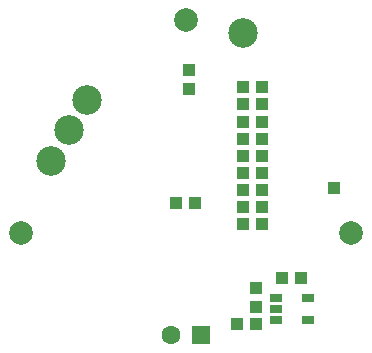
<source format=gbr>
G04*
G04 #@! TF.GenerationSoftware,Altium Limited,Altium Designer,23.10.1 (27)*
G04*
G04 Layer_Color=16711935*
%FSLAX44Y44*%
%MOMM*%
G71*
G04*
G04 #@! TF.SameCoordinates,F1356F94-EBF5-402A-8C13-2620F03D8000*
G04*
G04*
G04 #@! TF.FilePolarity,Negative*
G04*
G01*
G75*
%ADD16R,1.0500X1.0500*%
%ADD20R,1.1000X1.1000*%
%ADD21C,2.5000*%
%ADD22R,1.6000X1.6000*%
%ADD23C,1.6000*%
%ADD24C,2.0000*%
%ADD47R,1.1000X0.7000*%
%ADD48R,1.0500X1.0500*%
D16*
X48206Y-178097D02*
D03*
X64206D02*
D03*
X7361Y-174336D02*
D03*
X-8639D02*
D03*
X80992Y-238073D02*
D03*
X96992D02*
D03*
X58888Y-277026D02*
D03*
X42888D02*
D03*
X64371Y-76573D02*
D03*
X48371D02*
D03*
X48121Y-91168D02*
D03*
X64121D02*
D03*
X64288Y-105678D02*
D03*
X48288D02*
D03*
X64295Y-120152D02*
D03*
X48295D02*
D03*
X48206Y-134675D02*
D03*
X64206D02*
D03*
Y-149200D02*
D03*
X48206D02*
D03*
X64365Y-163601D02*
D03*
X48365D02*
D03*
X48319Y-192658D02*
D03*
X64319D02*
D03*
D20*
X125104Y-161645D02*
D03*
D21*
X-84128Y-87199D02*
D03*
X-99128Y-113180D02*
D03*
X-114128Y-139160D02*
D03*
X48068Y-30525D02*
D03*
D22*
X12700Y-286480D02*
D03*
D23*
X-12700D02*
D03*
D24*
X140000Y-200000D02*
D03*
X50Y-20000D02*
D03*
X-140000Y-200000D02*
D03*
D47*
X75802Y-273791D02*
D03*
Y-264291D02*
D03*
Y-254791D02*
D03*
X103302D02*
D03*
Y-273791D02*
D03*
D48*
X58888Y-262615D02*
D03*
Y-246615D02*
D03*
X2193Y-62067D02*
D03*
Y-78067D02*
D03*
M02*

</source>
